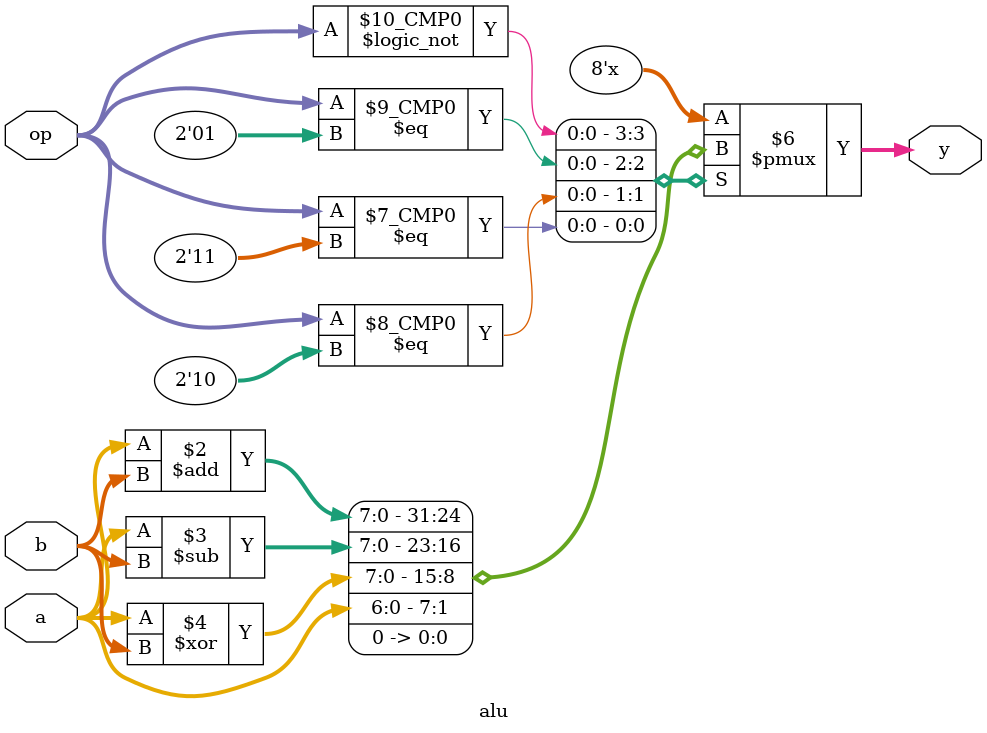
<source format=v>
module alu(input[7:0] a,b,input[1:0]op,output reg[7:0] y);

always@(*)begin
case(op)
2'b00: y = a+b;
2'b01: y = a-b;
2'b10: y = a^b;
2'b11: y = a<<1;
default y = 8'b0;

endcase
end

endmodule
</source>
